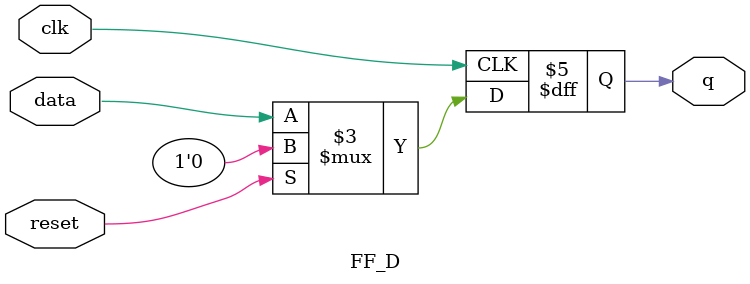
<source format=v>
`timescale 1ns / 1ps

module FF_D (
data   , // Data Input
clk    , // Clock Input
reset  , // Reset input
q        // Q output
);
//-----------Input Ports---------------
input data, clk, reset ; 

//-----------Output Ports---------------
output q;

//------------Internal Variables--------
reg q;

//-------------Code Starts Here---------
always @ ( posedge clk)
if (reset) begin
  q <= 1'b0;
end  else begin
  q <= data;
end

endmodule 
</source>
